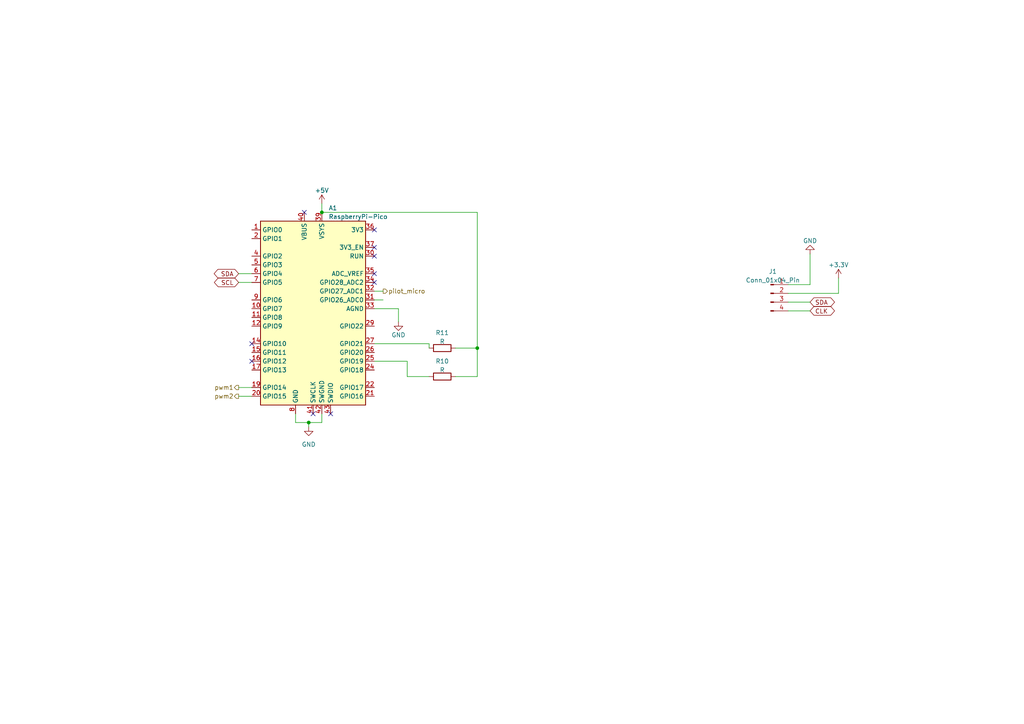
<source format=kicad_sch>
(kicad_sch (version 20230121) (generator eeschema)
  (paper "A4")
  (lib_symbols
    (symbol "+5V_1" (power) (pin_names (offset 0))
      (property "Value" "+5V_1" (at 0 3.556 0))
      (symbol "+5V_1_0_1"
        (polyline (pts (xy -0.762 1.27) (xy 0 2.54)))
        (polyline (pts (xy 0 0) (xy 0 2.54)))
        (polyline (pts (xy 0 2.54) (xy 0.762 1.27)))
      )
      (symbol "+5V_1_1_1"
        (pin power_in line (at 0 0 90) (length 0) hide (name "+5V") (number "1"))
      )
    )
    (symbol "Connector:Conn_01x04_Pin" (pin_names (offset 1.016) hide)
      (property "Reference" "J" (at 0 5.08 0))
      (property "Value" "Conn_01x04_Pin" (at 0 -7.62 0))
      (symbol "Conn_01x04_Pin_1_1"
        (polyline (pts (xy 1.27 -5.08) (xy 0.8636 -5.08)) (stroke (width 0.1524)))
        (polyline (pts (xy 1.27 -2.54) (xy 0.8636 -2.54)) (stroke (width 0.1524)))
        (polyline (pts (xy 1.27 0) (xy 0.8636 0)) (stroke (width 0.1524)))
        (polyline (pts (xy 1.27 2.54) (xy 0.8636 2.54)) (stroke (width 0.1524)))
        (rectangle (start 0.8636 -4.953) (end 0 -5.207) (stroke (width 0.1524)) (fill (type outline)))
        (rectangle (start 0.8636 -2.413) (end 0 -2.667) (stroke (width 0.1524)) (fill (type outline)))
        (rectangle (start 0.8636 0.127) (end 0 -0.127) (stroke (width 0.1524)) (fill (type outline)))
        (rectangle (start 0.8636 2.667) (end 0 2.413) (stroke (width 0.1524)) (fill (type outline)))
        (pin passive line (at 5.08 2.54 180) (length 3.81) (name "Pin_1") (number "1"))
        (pin passive line (at 5.08 0 180) (length 3.81) (name "Pin_2") (number "2"))
        (pin passive line (at 5.08 -2.54 180) (length 3.81) (name "Pin_3") (number "3"))
        (pin passive line (at 5.08 -5.08 180) (length 3.81) (name "Pin_4") (number "4"))
      )
    )
    (symbol "Device:R" (pin_numbers hide) (pin_names (offset 0))
      (property "Reference" "R" (at 2.032 0 90))
      (property "Value" "R" (at 0 0 90))
      (symbol "R_0_1"
        (rectangle (start -1.016 -2.54) (end 1.016 2.54) (stroke (width 0.254)))
      )
      (symbol "R_1_1"
        (pin passive line (at 0 3.81 270) (length 1.27) (name "~") (number "1"))
        (pin passive line (at 0 -3.81 90) (length 1.27) (name "~") (number "2"))
      )
    )
    (symbol "GND_1" (power) (pin_names (offset 0))
      (property "Value" "GND_1" (at 0 -3.81 0))
      (symbol "GND_1_0_1"
        (polyline (pts (xy 0 0) (xy 0 -1.27) (xy 1.27 -1.27) (xy 0 -2.54) (xy -1.27 -1.27) (xy 0 -1.27)))
      )
      (symbol "GND_1_1_1"
        (pin power_in line (at 0 0 270) (length 0) hide (name "GND") (number "1"))
      )
    )
    (symbol "MCU_ModulePico:RaspberryPi-Pico"
      (property "Reference" "A" (at 0 17.78 0))
      (property "Value" "RaspberryPi-Pico" (at 2.54 15.24 0))
      (symbol "RaspberryPi-Pico_0_1"
        (rectangle (start -15.24 27.94) (end 15.24 -25.4) (stroke (width 0.254)) (fill (type background)))
      )
      (symbol "RaspberryPi-Pico_1_1"
        (pin bidirectional line (at -17.78 25.4 0) (length 2.54) (name "GPIO0") (number "1"))
        (pin bidirectional line (at -17.78 2.54 0) (length 2.54) (name "GPIO7") (number "10"))
        (pin bidirectional line (at -17.78 0 0) (length 2.54) (name "GPIO8") (number "11"))
        (pin bidirectional line (at -17.78 -2.54 0) (length 2.54) (name "GPIO9") (number "12"))
        (pin passive line (at -5.08 -27.94 90) (length 2.54) hide (name "GND") (number "13"))
        (pin bidirectional line (at -17.78 -7.62 0) (length 2.54) (name "GPIO10") (number "14"))
        (pin bidirectional line (at -17.78 -10.16 0) (length 2.54) (name "GPIO11") (number "15"))
        (pin bidirectional line (at -17.78 -12.7 0) (length 2.54) (name "GPIO12") (number "16"))
        (pin bidirectional line (at -17.78 -15.24 0) (length 2.54) (name "GPIO13") (number "17"))
        (pin passive line (at -5.08 -27.94 90) (length 2.54) hide (name "GND") (number "18"))
        (pin bidirectional line (at -17.78 -20.32 0) (length 2.54) (name "GPIO14") (number "19"))
        (pin bidirectional line (at -17.78 22.86 0) (length 2.54) (name "GPIO1") (number "2"))
        (pin bidirectional line (at -17.78 -22.86 0) (length 2.54) (name "GPIO15") (number "20"))
        (pin bidirectional line (at 17.78 -22.86 180) (length 2.54) (name "GPIO16") (number "21"))
        (pin bidirectional line (at 17.78 -20.32 180) (length 2.54) (name "GPIO17") (number "22"))
        (pin passive line (at -5.08 -27.94 90) (length 2.54) hide (name "GND") (number "23"))
        (pin bidirectional line (at 17.78 -15.24 180) (length 2.54) (name "GPIO18") (number "24"))
        (pin bidirectional line (at 17.78 -12.7 180) (length 2.54) (name "GPIO19") (number "25"))
        (pin bidirectional line (at 17.78 -10.16 180) (length 2.54) (name "GPIO20") (number "26"))
        (pin bidirectional line (at 17.78 -7.62 180) (length 2.54) (name "GPIO21") (number "27"))
        (pin passive line (at -5.08 -27.94 90) (length 2.54) hide (name "GND") (number "28"))
        (pin bidirectional line (at 17.78 -2.54 180) (length 2.54) (name "GPIO22") (number "29"))
        (pin passive line (at -5.08 -27.94 90) (length 2.54) hide (name "GND") (number "3"))
        (pin input line (at 17.78 17.78 180) (length 2.54) (name "RUN") (number "30"))
        (pin bidirectional line (at 17.78 5.08 180) (length 2.54) (name "GPIO26_ADC0") (number "31"))
        (pin bidirectional line (at 17.78 7.62 180) (length 2.54) (name "GPIO27_ADC1") (number "32"))
        (pin power_in line (at 17.78 2.54 180) (length 2.54) (name "AGND") (number "33"))
        (pin bidirectional line (at 17.78 10.16 180) (length 2.54) (name "GPIO28_ADC2") (number "34"))
        (pin power_in line (at 17.78 12.7 180) (length 2.54) (name "ADC_VREF") (number "35"))
        (pin power_out line (at 17.78 25.4 180) (length 2.54) (name "3V3") (number "36"))
        (pin input line (at 17.78 20.32 180) (length 2.54) (name "3V3_EN") (number "37"))
        (pin passive line (at -5.08 -27.94 90) (length 2.54) hide (name "GND") (number "38"))
        (pin power_out line (at 2.54 30.48 270) (length 2.54) (name "VSYS") (number "39"))
        (pin bidirectional line (at -17.78 17.78 0) (length 2.54) (name "GPIO2") (number "4"))
        (pin power_out line (at -2.54 30.48 270) (length 2.54) (name "VBUS") (number "40"))
        (pin input line (at 0 -27.94 90) (length 2.54) (name "SWCLK") (number "41"))
        (pin power_in line (at 2.54 -27.94 90) (length 2.54) (name "SWGND") (number "42"))
        (pin bidirectional line (at 5.08 -27.94 90) (length 2.54) (name "SWDIO") (number "43"))
        (pin bidirectional line (at -17.78 15.24 0) (length 2.54) (name "GPIO3") (number "5"))
        (pin bidirectional line (at -17.78 12.7 0) (length 2.54) (name "GPIO4") (number "6"))
        (pin bidirectional line (at -17.78 10.16 0) (length 2.54) (name "GPIO5") (number "7"))
        (pin power_in line (at -5.08 -27.94 90) (length 2.54) (name "GND") (number "8"))
        (pin bidirectional line (at -17.78 5.08 0) (length 2.54) (name "GPIO6") (number "9"))
      )
    )
    (symbol "power:+3.3V" (power) (pin_names (offset 0))
      (property "Value" "+3.3V" (at 0 3.556 0))
      (symbol "+3.3V_0_1"
        (polyline (pts (xy -0.762 1.27) (xy 0 2.54)))
        (polyline (pts (xy 0 0) (xy 0 2.54)))
        (polyline (pts (xy 0 2.54) (xy 0.762 1.27)))
      )
      (symbol "+3.3V_1_1"
        (pin power_in line (at 0 0 90) (length 0) hide (name "+3.3V") (number "1"))
      )
    )
    (symbol "power:GND" (power) (pin_names (offset 0))
      (property "Value" "GND" (at 0 -3.81 0))
      (symbol "GND_0_1"
        (polyline (pts (xy 0 0) (xy 0 -1.27) (xy 1.27 -1.27) (xy 0 -2.54) (xy -1.27 -1.27) (xy 0 -1.27)))
      )
      (symbol "GND_1_1"
        (pin power_in line (at 0 0 270) (length 0) hide (name "GND") (number "1"))
      )
    )
  )
  (junction (at 89.535 122.555))
  (junction (at 93.345 61.595))
  (junction (at 138.43 100.965))
  (no_connect (at 108.585 71.755))
  (no_connect (at 108.585 79.375))
  (no_connect (at 108.585 66.675))
  (no_connect (at 95.885 120.015))
  (no_connect (at 90.805 120.015))
  (no_connect (at 73.025 104.775))
  (no_connect (at 88.265 61.595))
  (no_connect (at 108.585 74.295))
  (no_connect (at 108.585 81.915))
  (no_connect (at 73.025 99.695))
  (wire (pts (xy 243.205 85.09) (xy 228.6 85.09)))
  (wire (pts (xy 108.585 86.995) (xy 111.125 86.995)))
  (wire (pts (xy 89.535 122.555) (xy 85.725 122.555)))
  (wire (pts (xy 228.6 87.63) (xy 234.95 87.63)))
  (wire (pts (xy 69.215 112.395) (xy 73.025 112.395)))
  (wire (pts (xy 118.11 109.22) (xy 124.46 109.22)))
  (wire (pts (xy 108.585 84.455) (xy 111.125 84.455)))
  (wire (pts (xy 69.215 79.375) (xy 73.025 79.375)))
  (wire (pts (xy 138.43 61.595) (xy 138.43 100.965)))
  (wire (pts (xy 93.345 120.015) (xy 93.345 122.555)))
  (wire (pts (xy 132.08 100.965) (xy 138.43 100.965)))
  (wire (pts (xy 69.215 81.915) (xy 73.025 81.915)))
  (wire (pts (xy 108.585 99.695) (xy 124.46 99.695)))
  (wire (pts (xy 138.43 61.595) (xy 93.345 61.595)))
  (wire (pts (xy 93.345 122.555) (xy 89.535 122.555)))
  (wire (pts (xy 243.205 80.645) (xy 243.205 85.09)))
  (wire (pts (xy 228.6 82.55) (xy 234.95 82.55)))
  (wire (pts (xy 108.585 89.535) (xy 115.57 89.535)))
  (wire (pts (xy 118.11 104.775) (xy 118.11 109.22)))
  (wire (pts (xy 115.57 89.535) (xy 115.57 93.345)))
  (wire (pts (xy 89.535 122.555) (xy 89.535 123.825)))
  (wire (pts (xy 108.585 104.775) (xy 118.11 104.775)))
  (wire (pts (xy 234.95 82.55) (xy 234.95 73.66)))
  (wire (pts (xy 124.46 99.695) (xy 124.46 100.965)))
  (wire (pts (xy 138.43 100.965) (xy 138.43 109.22)))
  (wire (pts (xy 69.215 114.935) (xy 73.025 114.935)))
  (wire (pts (xy 93.345 59.055) (xy 93.345 61.595)))
  (wire (pts (xy 132.08 109.22) (xy 138.43 109.22)))
  (wire (pts (xy 85.725 120.015) (xy 85.725 122.555)))
  (wire (pts (xy 228.6 90.17) (xy 234.95 90.17)))
  (global_label "SDA" (shape bidirectional) (at 234.95 87.63 0) (property "Intersheetrefs" "${INTERSHEET_REFS}" (effects hide)))
  (global_label "SCL" (shape bidirectional) (at 69.215 81.915 180) (property "Intersheetrefs" "${INTERSHEET_REFS}" (effects hide)))
  (global_label "SDA" (shape bidirectional) (at 69.215 79.375 180) (property "Intersheetrefs" "${INTERSHEET_REFS}" (effects hide)))
  (global_label "CLK" (shape bidirectional) (at 234.95 90.17 0) (property "Intersheetrefs" "${INTERSHEET_REFS}" (effects hide)))
  (hierarchical_label "pwm2" (shape output) (at 69.215 114.935 180))
  (hierarchical_label "pwm1" (shape output) (at 69.215 112.395 180))
  (hierarchical_label "pilot_micro" (shape output) (at 111.125 84.455 0))
  (symbol (lib_name "+5V_1") (lib_id "power:+5V") (at 93.345 59.055 0) (unit 1)
    (property "Reference" "#PWR?" (effects hide))
    (property "Value" "+5V" (at 93.345 55.245 0))
    (instances (project "PreliminarPCB" (path "" (reference "#PWR?") (unit 1))) (project "simulacion_Carro" (path "" (reference "#PWR011") (unit 1))) (project "CircuitoPotencia" (path "" (reference "#PWR037") (unit 1))))
  )
  (symbol (lib_id "Device:R") (at 128.27 100.965 90) (unit 1)
    (property "Reference" "R11" (at 128.27 96.52 90))
    (property "Value" "R" (at 128.27 99.06 90))
    (property "Footprint" "Resistor_THT:R_Axial_DIN0204_L3.6mm_D1.6mm_P5.08mm_Horizontal" (effects hide))
  )
  (symbol (lib_name "GND_1") (lib_id "power:GND") (at 89.535 123.825 0) (unit 1)
    (property "Reference" "#PWR05" (effects hide))
    (property "Value" "GND" (at 89.535 128.905 0))
    (instances (project "simulacion_Carro" (path "" (reference "#PWR05") (unit 1))) (project "CircuitoPotencia" (path "" (reference "#PWR036") (unit 1))))
  )
  (symbol (lib_id "MCU_ModulePico:RaspberryPi-Pico") (at 90.805 92.075 0) (unit 1)
    (property "Reference" "A1" (at 95.3009 60.325 0) (effects (justify left)))
    (property "Value" "RaspberryPi-Pico" (at 95.3009 62.865 0) (effects (justify left)))
    (property "Footprint" "ModulePico:Raspberry_Pi_Pico_SMT_THT" (effects hide))
    (property "Datasheet" "https://datasheets.raspberrypi.com/pico/pico-datasheet.pdf" (effects hide))
  )
  (symbol (lib_id "power:+3.3V") (at 243.205 80.645 0) (unit 1)
    (property "Reference" "#PWR010" (effects hide))
    (property "Value" "+3.3V" (at 243.205 76.835 0))
  )
  (symbol (lib_id "power:GND") (at 234.95 73.66 180) (unit 1)
    (property "Reference" "#PWR09" (effects hide))
    (property "Value" "GND" (at 234.95 69.85 0))
  )
  (symbol (lib_id "Connector:Conn_01x04_Pin") (at 223.52 85.09 0) (unit 1)
    (property "Reference" "J1" (at 224.155 78.74 0))
    (property "Value" "Conn_01x04_Pin" (at 224.155 81.28 0))
    (property "Footprint" "Connector_PinSocket_2.00mm:PinSocket_1x04_P2.00mm_Vertical" (effects hide))
  )
  (symbol (lib_id "power:GND") (at 115.57 93.345 0) (unit 1)
    (property "Reference" "#PWR?" (effects hide))
    (property "Value" "GND" (at 115.57 97.155 0))
    (instances (project "PreliminarPCB" (path "" (reference "#PWR?") (unit 1))) (project "simulacion_Carro" (path "" (reference "#PWR012") (unit 1))) (project "CircuitoPotencia" (path "" (reference "#PWR038") (unit 1))))
  )
  (symbol (lib_id "Device:R") (at 128.27 109.22 90) (unit 1)
    (property "Reference" "R10" (at 128.27 104.775 90))
    (property "Value" "R" (at 128.27 107.315 90))
    (property "Footprint" "Resistor_THT:R_Axial_DIN0204_L3.6mm_D1.6mm_P5.08mm_Horizontal" (effects hide))
  )
)
</source>
